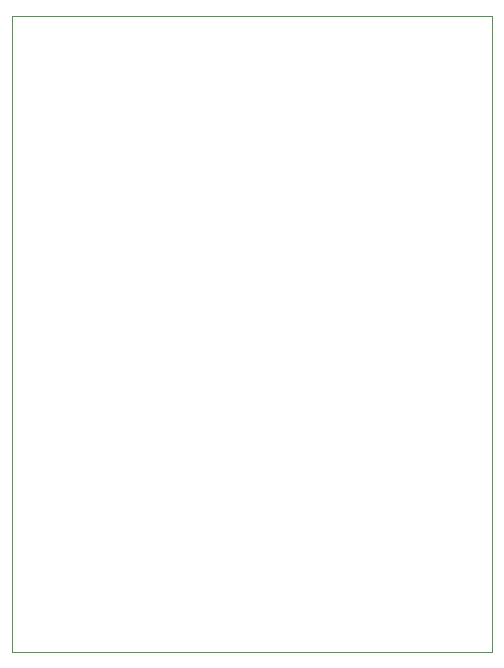
<source format=gbr>
%FSDAX24Y24*%
%MOIN*%
%SFA1B1*%

%IPPOS*%
%ADD49C,0.001000*%
%LNde-130418_profile-1*%
%LPD*%
G54D49*
X000000Y000000D02*
Y021200D01*
X016000*
Y000000*
X000000*
M02*
</source>
